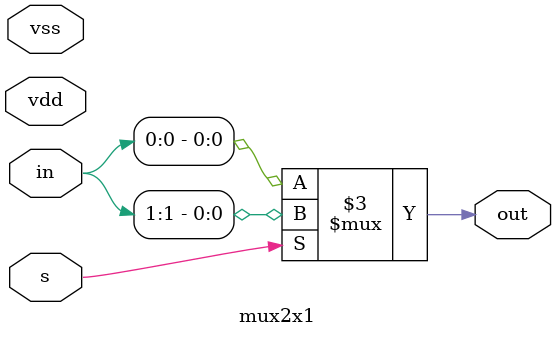
<source format=sv>
`timescale 1ps/1fs
module mux2x1 (
		//-----Supply Pins---//
		input logic vdd,
		input logic vss,
		
		//-----Input Pins---//
		input logic [1:0]in,
		input logic s,
		
		//----Output pins----//
		output logic out
		);
		

always @(in or s)
begin

	if(s) 
	out= in[1];
	else
	out=in[0];

end

endmodule		
		
		

</source>
